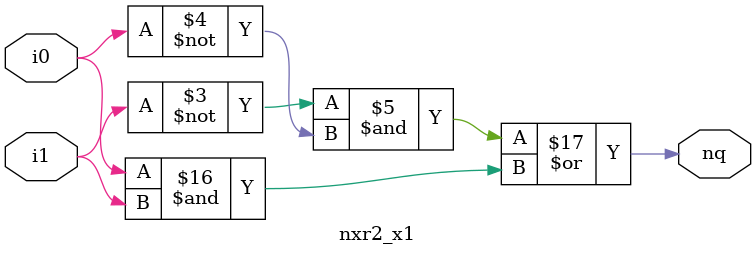
<source format=v>
/*                                                                      */
/*  Avertec Release v3.4p5 (64 bits on Linux 5.4.109+)                  */
/*  [AVT_only] host: runner-xxurkrix-project-41071638-concurrent-0      */
/*  [AVT_only] arch: x86_64                                             */
/*  [AVT_only] path: /opt/tasyag-3.4p5/bin/avt_shell                    */
/*  argv:                                                               */
/*                                                                      */
/*  User: root                                                          */
/*  Generation date Mon May 22 11:35:13 2023                            */
/*                                                                      */
/*  Verilog data flow description generated from `nxr2_x1`              */
/*                                                                      */


`timescale 1 ps/1 ps

module nxr2_x1 (nq, i0, i1);

  output nq;
  input  i0;
  input  i1;

  wire v_net3;
  wire v_net0;

  assign v_net0 = ~(i0);
  assign v_net3 = ~(i1);

  assign nq = ((~(i1) & ~(i0)) | (~(i1) & ~(v_net3)) | (~(v_net0) & ~(i0))
| (~(v_net0) & ~(v_net3)));

endmodule

</source>
